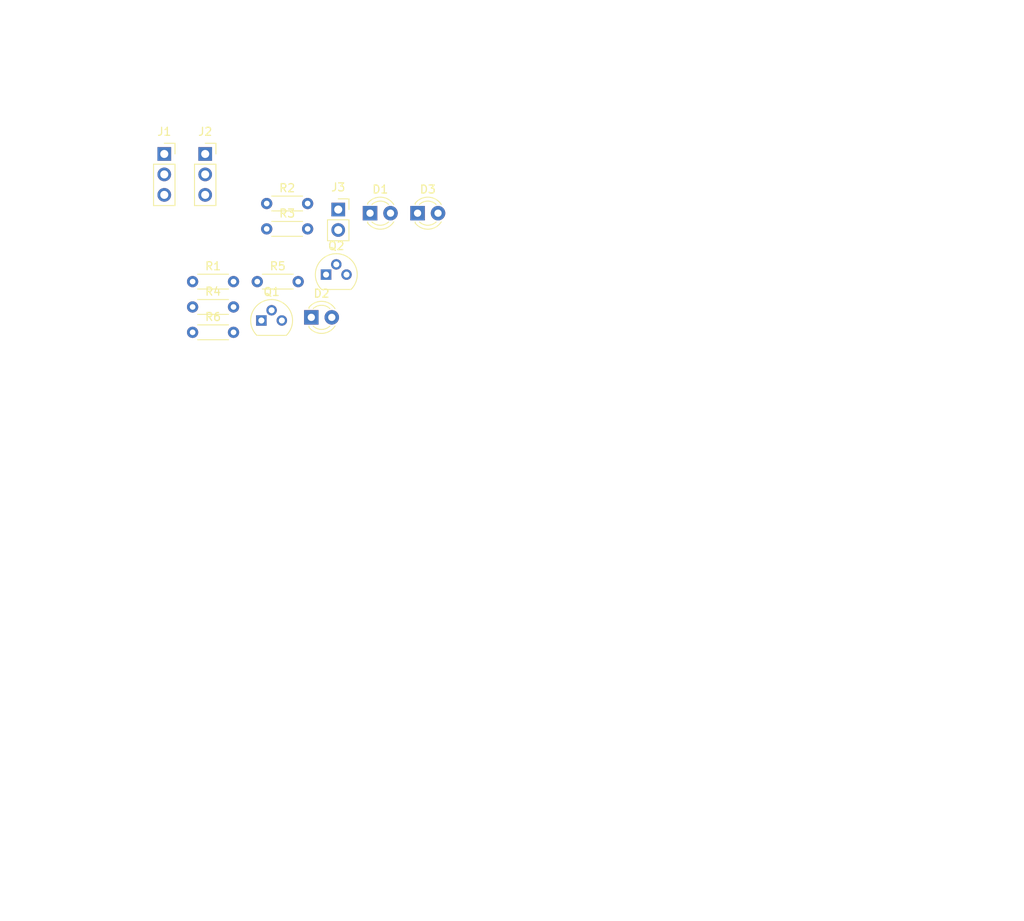
<source format=kicad_pcb>
(kicad_pcb (version 20171130) (host pcbnew 5.1.9+dfsg1-1+deb11u1)

  (general
    (thickness 1.6)
    (drawings 4)
    (tracks 0)
    (zones 0)
    (modules 14)
    (nets 11)
  )

  (page A4)
  (layers
    (0 F.Cu signal)
    (31 B.Cu signal)
    (32 B.Adhes user)
    (33 F.Adhes user)
    (34 B.Paste user)
    (35 F.Paste user)
    (36 B.SilkS user)
    (37 F.SilkS user)
    (38 B.Mask user)
    (39 F.Mask user)
    (40 Dwgs.User user)
    (41 Cmts.User user)
    (42 Eco1.User user)
    (43 Eco2.User user)
    (44 Edge.Cuts user)
    (45 Margin user)
    (46 B.CrtYd user)
    (47 F.CrtYd user)
    (48 B.Fab user)
    (49 F.Fab user)
  )

  (setup
    (last_trace_width 0.25)
    (trace_clearance 0.2)
    (zone_clearance 0.508)
    (zone_45_only no)
    (trace_min 0.2)
    (via_size 0.8)
    (via_drill 0.4)
    (via_min_size 0.4)
    (via_min_drill 0.3)
    (uvia_size 0.3)
    (uvia_drill 0.1)
    (uvias_allowed no)
    (uvia_min_size 0.2)
    (uvia_min_drill 0.1)
    (edge_width 0.05)
    (segment_width 0.2)
    (pcb_text_width 0.3)
    (pcb_text_size 1.5 1.5)
    (mod_edge_width 0.12)
    (mod_text_size 1 1)
    (mod_text_width 0.15)
    (pad_size 1.524 1.524)
    (pad_drill 0.762)
    (pad_to_mask_clearance 0)
    (aux_axis_origin 0 0)
    (visible_elements FFFFFF7F)
    (pcbplotparams
      (layerselection 0x010fc_ffffffff)
      (usegerberextensions false)
      (usegerberattributes true)
      (usegerberadvancedattributes true)
      (creategerberjobfile true)
      (excludeedgelayer true)
      (linewidth 0.100000)
      (plotframeref false)
      (viasonmask false)
      (mode 1)
      (useauxorigin false)
      (hpglpennumber 1)
      (hpglpenspeed 20)
      (hpglpendiameter 15.000000)
      (psnegative false)
      (psa4output false)
      (plotreference true)
      (plotvalue true)
      (plotinvisibletext false)
      (padsonsilk false)
      (subtractmaskfromsilk false)
      (outputformat 1)
      (mirror false)
      (drillshape 1)
      (scaleselection 1)
      (outputdirectory ""))
  )

  (net 0 "")
  (net 1 "Net-(D1-Pad1)")
  (net 2 "Net-(D1-Pad2)")
  (net 3 "Net-(D2-Pad1)")
  (net 4 "Net-(D2-Pad2)")
  (net 5 "Net-(D3-Pad2)")
  (net 6 "Net-(D3-Pad1)")
  (net 7 "Net-(Q1-Pad2)")
  (net 8 "Net-(Q2-Pad2)")
  (net 9 "Net-(J2-PadN)")
  (net 10 "Net-(J1-PadN)")

  (net_class Default "This is the default net class."
    (clearance 0.2)
    (trace_width 0.25)
    (via_dia 0.8)
    (via_drill 0.4)
    (uvia_dia 0.3)
    (uvia_drill 0.1)
    (add_net "Net-(D1-Pad1)")
    (add_net "Net-(D1-Pad2)")
    (add_net "Net-(D2-Pad1)")
    (add_net "Net-(D2-Pad2)")
    (add_net "Net-(D3-Pad1)")
    (add_net "Net-(D3-Pad2)")
    (add_net "Net-(J1-PadN)")
    (add_net "Net-(J2-PadN)")
    (add_net "Net-(Q1-Pad2)")
    (add_net "Net-(Q2-Pad2)")
  )

  (module LED_THT:LED_D3.0mm (layer F.Cu) (tedit 587A3A7B) (tstamp 655513CE)
    (at 122.065001 64.505001)
    (descr "LED, diameter 3.0mm, 2 pins")
    (tags "LED diameter 3.0mm 2 pins")
    (path /65561A84)
    (fp_text reference D1 (at 1.27 -2.96) (layer F.SilkS)
      (effects (font (size 1 1) (thickness 0.15)))
    )
    (fp_text value LED (at 1.27 2.96) (layer F.Fab)
      (effects (font (size 1 1) (thickness 0.15)))
    )
    (fp_line (start 3.7 -2.25) (end -1.15 -2.25) (layer F.CrtYd) (width 0.05))
    (fp_line (start 3.7 2.25) (end 3.7 -2.25) (layer F.CrtYd) (width 0.05))
    (fp_line (start -1.15 2.25) (end 3.7 2.25) (layer F.CrtYd) (width 0.05))
    (fp_line (start -1.15 -2.25) (end -1.15 2.25) (layer F.CrtYd) (width 0.05))
    (fp_line (start -0.29 1.08) (end -0.29 1.236) (layer F.SilkS) (width 0.12))
    (fp_line (start -0.29 -1.236) (end -0.29 -1.08) (layer F.SilkS) (width 0.12))
    (fp_line (start -0.23 -1.16619) (end -0.23 1.16619) (layer F.Fab) (width 0.1))
    (fp_circle (center 1.27 0) (end 2.77 0) (layer F.Fab) (width 0.1))
    (fp_arc (start 1.27 0) (end -0.23 -1.16619) (angle 284.3) (layer F.Fab) (width 0.1))
    (fp_arc (start 1.27 0) (end -0.29 -1.235516) (angle 108.8) (layer F.SilkS) (width 0.12))
    (fp_arc (start 1.27 0) (end -0.29 1.235516) (angle -108.8) (layer F.SilkS) (width 0.12))
    (fp_arc (start 1.27 0) (end 0.229039 -1.08) (angle 87.9) (layer F.SilkS) (width 0.12))
    (fp_arc (start 1.27 0) (end 0.229039 1.08) (angle -87.9) (layer F.SilkS) (width 0.12))
    (pad 1 thru_hole rect (at 0 0) (size 1.8 1.8) (drill 0.9) (layers *.Cu *.Mask)
      (net 1 "Net-(D1-Pad1)"))
    (pad 2 thru_hole circle (at 2.54 0) (size 1.8 1.8) (drill 0.9) (layers *.Cu *.Mask)
      (net 2 "Net-(D1-Pad2)"))
    (model ${KISYS3DMOD}/LED_THT.3dshapes/LED_D3.0mm.wrl
      (at (xyz 0 0 0))
      (scale (xyz 1 1 1))
      (rotate (xyz 0 0 0))
    )
  )

  (module LED_THT:LED_D3.0mm (layer F.Cu) (tedit 587A3A7B) (tstamp 655513E1)
    (at 114.775001 77.445001)
    (descr "LED, diameter 3.0mm, 2 pins")
    (tags "LED diameter 3.0mm 2 pins")
    (path /6559B2F0)
    (fp_text reference D2 (at 1.27 -2.96) (layer F.SilkS)
      (effects (font (size 1 1) (thickness 0.15)))
    )
    (fp_text value LED (at 1.27 2.96) (layer F.Fab)
      (effects (font (size 1 1) (thickness 0.15)))
    )
    (fp_line (start 3.7 -2.25) (end -1.15 -2.25) (layer F.CrtYd) (width 0.05))
    (fp_line (start 3.7 2.25) (end 3.7 -2.25) (layer F.CrtYd) (width 0.05))
    (fp_line (start -1.15 2.25) (end 3.7 2.25) (layer F.CrtYd) (width 0.05))
    (fp_line (start -1.15 -2.25) (end -1.15 2.25) (layer F.CrtYd) (width 0.05))
    (fp_line (start -0.29 1.08) (end -0.29 1.236) (layer F.SilkS) (width 0.12))
    (fp_line (start -0.29 -1.236) (end -0.29 -1.08) (layer F.SilkS) (width 0.12))
    (fp_line (start -0.23 -1.16619) (end -0.23 1.16619) (layer F.Fab) (width 0.1))
    (fp_circle (center 1.27 0) (end 2.77 0) (layer F.Fab) (width 0.1))
    (fp_arc (start 1.27 0) (end -0.23 -1.16619) (angle 284.3) (layer F.Fab) (width 0.1))
    (fp_arc (start 1.27 0) (end -0.29 -1.235516) (angle 108.8) (layer F.SilkS) (width 0.12))
    (fp_arc (start 1.27 0) (end -0.29 1.235516) (angle -108.8) (layer F.SilkS) (width 0.12))
    (fp_arc (start 1.27 0) (end 0.229039 -1.08) (angle 87.9) (layer F.SilkS) (width 0.12))
    (fp_arc (start 1.27 0) (end 0.229039 1.08) (angle -87.9) (layer F.SilkS) (width 0.12))
    (pad 1 thru_hole rect (at 0 0) (size 1.8 1.8) (drill 0.9) (layers *.Cu *.Mask)
      (net 3 "Net-(D2-Pad1)"))
    (pad 2 thru_hole circle (at 2.54 0) (size 1.8 1.8) (drill 0.9) (layers *.Cu *.Mask)
      (net 4 "Net-(D2-Pad2)"))
    (model ${KISYS3DMOD}/LED_THT.3dshapes/LED_D3.0mm.wrl
      (at (xyz 0 0 0))
      (scale (xyz 1 1 1))
      (rotate (xyz 0 0 0))
    )
  )

  (module LED_THT:LED_D3.0mm (layer F.Cu) (tedit 587A3A7B) (tstamp 655513F4)
    (at 127.965001 64.505001)
    (descr "LED, diameter 3.0mm, 2 pins")
    (tags "LED diameter 3.0mm 2 pins")
    (path /6555AC7F)
    (fp_text reference D3 (at 1.27 -2.96) (layer F.SilkS)
      (effects (font (size 1 1) (thickness 0.15)))
    )
    (fp_text value LED (at 1.27 2.96) (layer F.Fab)
      (effects (font (size 1 1) (thickness 0.15)))
    )
    (fp_arc (start 1.27 0) (end 0.229039 1.08) (angle -87.9) (layer F.SilkS) (width 0.12))
    (fp_arc (start 1.27 0) (end 0.229039 -1.08) (angle 87.9) (layer F.SilkS) (width 0.12))
    (fp_arc (start 1.27 0) (end -0.29 1.235516) (angle -108.8) (layer F.SilkS) (width 0.12))
    (fp_arc (start 1.27 0) (end -0.29 -1.235516) (angle 108.8) (layer F.SilkS) (width 0.12))
    (fp_arc (start 1.27 0) (end -0.23 -1.16619) (angle 284.3) (layer F.Fab) (width 0.1))
    (fp_circle (center 1.27 0) (end 2.77 0) (layer F.Fab) (width 0.1))
    (fp_line (start -0.23 -1.16619) (end -0.23 1.16619) (layer F.Fab) (width 0.1))
    (fp_line (start -0.29 -1.236) (end -0.29 -1.08) (layer F.SilkS) (width 0.12))
    (fp_line (start -0.29 1.08) (end -0.29 1.236) (layer F.SilkS) (width 0.12))
    (fp_line (start -1.15 -2.25) (end -1.15 2.25) (layer F.CrtYd) (width 0.05))
    (fp_line (start -1.15 2.25) (end 3.7 2.25) (layer F.CrtYd) (width 0.05))
    (fp_line (start 3.7 2.25) (end 3.7 -2.25) (layer F.CrtYd) (width 0.05))
    (fp_line (start 3.7 -2.25) (end -1.15 -2.25) (layer F.CrtYd) (width 0.05))
    (pad 2 thru_hole circle (at 2.54 0) (size 1.8 1.8) (drill 0.9) (layers *.Cu *.Mask)
      (net 5 "Net-(D3-Pad2)"))
    (pad 1 thru_hole rect (at 0 0) (size 1.8 1.8) (drill 0.9) (layers *.Cu *.Mask)
      (net 6 "Net-(D3-Pad1)"))
    (model ${KISYS3DMOD}/LED_THT.3dshapes/LED_D3.0mm.wrl
      (at (xyz 0 0 0))
      (scale (xyz 1 1 1))
      (rotate (xyz 0 0 0))
    )
  )

  (module Connector_PinSocket_2.54mm:PinSocket_1x03_P2.54mm_Vertical (layer F.Cu) (tedit 5A19A429) (tstamp 6555140B)
    (at 96.52 57.15)
    (descr "Through hole straight socket strip, 1x03, 2.54mm pitch, single row (from Kicad 4.0.7), script generated")
    (tags "Through hole socket strip THT 1x03 2.54mm single row")
    (path /655833B4)
    (fp_text reference J1 (at 0 -2.77) (layer F.SilkS)
      (effects (font (size 1 1) (thickness 0.15)))
    )
    (fp_text value XLR3_Switched (at 0 7.85) (layer F.Fab)
      (effects (font (size 1 1) (thickness 0.15)))
    )
    (fp_line (start -1.8 6.85) (end -1.8 -1.8) (layer F.CrtYd) (width 0.05))
    (fp_line (start 1.75 6.85) (end -1.8 6.85) (layer F.CrtYd) (width 0.05))
    (fp_line (start 1.75 -1.8) (end 1.75 6.85) (layer F.CrtYd) (width 0.05))
    (fp_line (start -1.8 -1.8) (end 1.75 -1.8) (layer F.CrtYd) (width 0.05))
    (fp_line (start 0 -1.33) (end 1.33 -1.33) (layer F.SilkS) (width 0.12))
    (fp_line (start 1.33 -1.33) (end 1.33 0) (layer F.SilkS) (width 0.12))
    (fp_line (start 1.33 1.27) (end 1.33 6.41) (layer F.SilkS) (width 0.12))
    (fp_line (start -1.33 6.41) (end 1.33 6.41) (layer F.SilkS) (width 0.12))
    (fp_line (start -1.33 1.27) (end -1.33 6.41) (layer F.SilkS) (width 0.12))
    (fp_line (start -1.33 1.27) (end 1.33 1.27) (layer F.SilkS) (width 0.12))
    (fp_line (start -1.27 6.35) (end -1.27 -1.27) (layer F.Fab) (width 0.1))
    (fp_line (start 1.27 6.35) (end -1.27 6.35) (layer F.Fab) (width 0.1))
    (fp_line (start 1.27 -0.635) (end 1.27 6.35) (layer F.Fab) (width 0.1))
    (fp_line (start 0.635 -1.27) (end 1.27 -0.635) (layer F.Fab) (width 0.1))
    (fp_line (start -1.27 -1.27) (end 0.635 -1.27) (layer F.Fab) (width 0.1))
    (fp_text user %R (at 0 2.54 90) (layer F.Fab)
      (effects (font (size 1 1) (thickness 0.15)))
    )
    (pad 1 thru_hole rect (at 0 0) (size 1.7 1.7) (drill 1) (layers *.Cu *.Mask))
    (pad 2 thru_hole oval (at 0 2.54) (size 1.7 1.7) (drill 1) (layers *.Cu *.Mask))
    (pad 3 thru_hole oval (at 0 5.08) (size 1.7 1.7) (drill 1) (layers *.Cu *.Mask))
    (model ${KISYS3DMOD}/Connector_PinSocket_2.54mm.3dshapes/PinSocket_1x03_P2.54mm_Vertical.wrl
      (at (xyz 0 0 0))
      (scale (xyz 1 1 1))
      (rotate (xyz 0 0 0))
    )
  )

  (module Connector_PinSocket_2.54mm:PinSocket_1x03_P2.54mm_Vertical (layer F.Cu) (tedit 5A19A429) (tstamp 65551422)
    (at 101.6 57.15)
    (descr "Through hole straight socket strip, 1x03, 2.54mm pitch, single row (from Kicad 4.0.7), script generated")
    (tags "Through hole socket strip THT 1x03 2.54mm single row")
    (path /65612DA7)
    (fp_text reference J2 (at 0 -2.77) (layer F.SilkS)
      (effects (font (size 1 1) (thickness 0.15)))
    )
    (fp_text value XLR3_Switched (at 0 7.85) (layer F.Fab)
      (effects (font (size 1 1) (thickness 0.15)))
    )
    (fp_text user %R (at 0 2.54 90) (layer F.Fab)
      (effects (font (size 1 1) (thickness 0.15)))
    )
    (fp_line (start -1.27 -1.27) (end 0.635 -1.27) (layer F.Fab) (width 0.1))
    (fp_line (start 0.635 -1.27) (end 1.27 -0.635) (layer F.Fab) (width 0.1))
    (fp_line (start 1.27 -0.635) (end 1.27 6.35) (layer F.Fab) (width 0.1))
    (fp_line (start 1.27 6.35) (end -1.27 6.35) (layer F.Fab) (width 0.1))
    (fp_line (start -1.27 6.35) (end -1.27 -1.27) (layer F.Fab) (width 0.1))
    (fp_line (start -1.33 1.27) (end 1.33 1.27) (layer F.SilkS) (width 0.12))
    (fp_line (start -1.33 1.27) (end -1.33 6.41) (layer F.SilkS) (width 0.12))
    (fp_line (start -1.33 6.41) (end 1.33 6.41) (layer F.SilkS) (width 0.12))
    (fp_line (start 1.33 1.27) (end 1.33 6.41) (layer F.SilkS) (width 0.12))
    (fp_line (start 1.33 -1.33) (end 1.33 0) (layer F.SilkS) (width 0.12))
    (fp_line (start 0 -1.33) (end 1.33 -1.33) (layer F.SilkS) (width 0.12))
    (fp_line (start -1.8 -1.8) (end 1.75 -1.8) (layer F.CrtYd) (width 0.05))
    (fp_line (start 1.75 -1.8) (end 1.75 6.85) (layer F.CrtYd) (width 0.05))
    (fp_line (start 1.75 6.85) (end -1.8 6.85) (layer F.CrtYd) (width 0.05))
    (fp_line (start -1.8 6.85) (end -1.8 -1.8) (layer F.CrtYd) (width 0.05))
    (pad 3 thru_hole oval (at 0 5.08) (size 1.7 1.7) (drill 1) (layers *.Cu *.Mask))
    (pad 2 thru_hole oval (at 0 2.54) (size 1.7 1.7) (drill 1) (layers *.Cu *.Mask))
    (pad 1 thru_hole rect (at 0 0) (size 1.7 1.7) (drill 1) (layers *.Cu *.Mask))
    (model ${KISYS3DMOD}/Connector_PinSocket_2.54mm.3dshapes/PinSocket_1x03_P2.54mm_Vertical.wrl
      (at (xyz 0 0 0))
      (scale (xyz 1 1 1))
      (rotate (xyz 0 0 0))
    )
  )

  (module Connector_PinSocket_2.54mm:PinSocket_1x02_P2.54mm_Vertical (layer F.Cu) (tedit 5A19A420) (tstamp 65551438)
    (at 118.115001 64.055001)
    (descr "Through hole straight socket strip, 1x02, 2.54mm pitch, single row (from Kicad 4.0.7), script generated")
    (tags "Through hole socket strip THT 1x02 2.54mm single row")
    (path /65640BCC)
    (fp_text reference J3 (at 0 -2.77) (layer F.SilkS)
      (effects (font (size 1 1) (thickness 0.15)))
    )
    (fp_text value Conn_01x02_Female (at 0 5.31) (layer F.Fab)
      (effects (font (size 1 1) (thickness 0.15)))
    )
    (fp_line (start -1.8 4.3) (end -1.8 -1.8) (layer F.CrtYd) (width 0.05))
    (fp_line (start 1.75 4.3) (end -1.8 4.3) (layer F.CrtYd) (width 0.05))
    (fp_line (start 1.75 -1.8) (end 1.75 4.3) (layer F.CrtYd) (width 0.05))
    (fp_line (start -1.8 -1.8) (end 1.75 -1.8) (layer F.CrtYd) (width 0.05))
    (fp_line (start 0 -1.33) (end 1.33 -1.33) (layer F.SilkS) (width 0.12))
    (fp_line (start 1.33 -1.33) (end 1.33 0) (layer F.SilkS) (width 0.12))
    (fp_line (start 1.33 1.27) (end 1.33 3.87) (layer F.SilkS) (width 0.12))
    (fp_line (start -1.33 3.87) (end 1.33 3.87) (layer F.SilkS) (width 0.12))
    (fp_line (start -1.33 1.27) (end -1.33 3.87) (layer F.SilkS) (width 0.12))
    (fp_line (start -1.33 1.27) (end 1.33 1.27) (layer F.SilkS) (width 0.12))
    (fp_line (start -1.27 3.81) (end -1.27 -1.27) (layer F.Fab) (width 0.1))
    (fp_line (start 1.27 3.81) (end -1.27 3.81) (layer F.Fab) (width 0.1))
    (fp_line (start 1.27 -0.635) (end 1.27 3.81) (layer F.Fab) (width 0.1))
    (fp_line (start 0.635 -1.27) (end 1.27 -0.635) (layer F.Fab) (width 0.1))
    (fp_line (start -1.27 -1.27) (end 0.635 -1.27) (layer F.Fab) (width 0.1))
    (fp_text user %R (at 0 1.27 90) (layer F.Fab)
      (effects (font (size 1 1) (thickness 0.15)))
    )
    (pad 1 thru_hole rect (at 0 0) (size 1.7 1.7) (drill 1) (layers *.Cu *.Mask)
      (net 1 "Net-(D1-Pad1)"))
    (pad 2 thru_hole oval (at 0 2.54) (size 1.7 1.7) (drill 1) (layers *.Cu *.Mask)
      (net 3 "Net-(D2-Pad1)"))
    (model ${KISYS3DMOD}/Connector_PinSocket_2.54mm.3dshapes/PinSocket_1x02_P2.54mm_Vertical.wrl
      (at (xyz 0 0 0))
      (scale (xyz 1 1 1))
      (rotate (xyz 0 0 0))
    )
  )

  (module Package_TO_SOT_THT:TO-92 (layer F.Cu) (tedit 5A279852) (tstamp 6555144A)
    (at 108.575001 77.835001)
    (descr "TO-92 leads molded, narrow, drill 0.75mm (see NXP sot054_po.pdf)")
    (tags "to-92 sc-43 sc-43a sot54 PA33 transistor")
    (path /65527C07)
    (fp_text reference Q1 (at 1.27 -3.56) (layer F.SilkS)
      (effects (font (size 1 1) (thickness 0.15)))
    )
    (fp_text value 2N3904 (at 1.27 2.79) (layer F.Fab)
      (effects (font (size 1 1) (thickness 0.15)))
    )
    (fp_line (start 4 2.01) (end -1.46 2.01) (layer F.CrtYd) (width 0.05))
    (fp_line (start 4 2.01) (end 4 -2.73) (layer F.CrtYd) (width 0.05))
    (fp_line (start -1.46 -2.73) (end -1.46 2.01) (layer F.CrtYd) (width 0.05))
    (fp_line (start -1.46 -2.73) (end 4 -2.73) (layer F.CrtYd) (width 0.05))
    (fp_line (start -0.5 1.75) (end 3 1.75) (layer F.Fab) (width 0.1))
    (fp_line (start -0.53 1.85) (end 3.07 1.85) (layer F.SilkS) (width 0.12))
    (fp_text user %R (at 1.27 0) (layer F.Fab)
      (effects (font (size 1 1) (thickness 0.15)))
    )
    (fp_arc (start 1.27 0) (end 1.27 -2.48) (angle 135) (layer F.Fab) (width 0.1))
    (fp_arc (start 1.27 0) (end 1.27 -2.6) (angle -135) (layer F.SilkS) (width 0.12))
    (fp_arc (start 1.27 0) (end 1.27 -2.48) (angle -135) (layer F.Fab) (width 0.1))
    (fp_arc (start 1.27 0) (end 1.27 -2.6) (angle 135) (layer F.SilkS) (width 0.12))
    (pad 2 thru_hole circle (at 1.27 -1.27) (size 1.3 1.3) (drill 0.75) (layers *.Cu *.Mask)
      (net 7 "Net-(Q1-Pad2)"))
    (pad 3 thru_hole circle (at 2.54 0) (size 1.3 1.3) (drill 0.75) (layers *.Cu *.Mask)
      (net 5 "Net-(D3-Pad2)"))
    (pad 1 thru_hole rect (at 0 0) (size 1.3 1.3) (drill 0.75) (layers *.Cu *.Mask)
      (net 1 "Net-(D1-Pad1)"))
    (model ${KISYS3DMOD}/Package_TO_SOT_THT.3dshapes/TO-92.wrl
      (at (xyz 0 0 0))
      (scale (xyz 1 1 1))
      (rotate (xyz 0 0 0))
    )
  )

  (module Package_TO_SOT_THT:TO-92 (layer F.Cu) (tedit 5A279852) (tstamp 6555145C)
    (at 116.605001 72.135001)
    (descr "TO-92 leads molded, narrow, drill 0.75mm (see NXP sot054_po.pdf)")
    (tags "to-92 sc-43 sc-43a sot54 PA33 transistor")
    (path /6552697A)
    (fp_text reference Q2 (at 1.27 -3.56) (layer F.SilkS)
      (effects (font (size 1 1) (thickness 0.15)))
    )
    (fp_text value 2N3904 (at 1.27 2.79) (layer F.Fab)
      (effects (font (size 1 1) (thickness 0.15)))
    )
    (fp_arc (start 1.27 0) (end 1.27 -2.6) (angle 135) (layer F.SilkS) (width 0.12))
    (fp_arc (start 1.27 0) (end 1.27 -2.48) (angle -135) (layer F.Fab) (width 0.1))
    (fp_arc (start 1.27 0) (end 1.27 -2.6) (angle -135) (layer F.SilkS) (width 0.12))
    (fp_arc (start 1.27 0) (end 1.27 -2.48) (angle 135) (layer F.Fab) (width 0.1))
    (fp_text user %R (at 1.27 0) (layer F.Fab)
      (effects (font (size 1 1) (thickness 0.15)))
    )
    (fp_line (start -0.53 1.85) (end 3.07 1.85) (layer F.SilkS) (width 0.12))
    (fp_line (start -0.5 1.75) (end 3 1.75) (layer F.Fab) (width 0.1))
    (fp_line (start -1.46 -2.73) (end 4 -2.73) (layer F.CrtYd) (width 0.05))
    (fp_line (start -1.46 -2.73) (end -1.46 2.01) (layer F.CrtYd) (width 0.05))
    (fp_line (start 4 2.01) (end 4 -2.73) (layer F.CrtYd) (width 0.05))
    (fp_line (start 4 2.01) (end -1.46 2.01) (layer F.CrtYd) (width 0.05))
    (pad 1 thru_hole rect (at 0 0) (size 1.3 1.3) (drill 0.75) (layers *.Cu *.Mask)
      (net 1 "Net-(D1-Pad1)"))
    (pad 3 thru_hole circle (at 2.54 0) (size 1.3 1.3) (drill 0.75) (layers *.Cu *.Mask)
      (net 5 "Net-(D3-Pad2)"))
    (pad 2 thru_hole circle (at 1.27 -1.27) (size 1.3 1.3) (drill 0.75) (layers *.Cu *.Mask)
      (net 8 "Net-(Q2-Pad2)"))
    (model ${KISYS3DMOD}/Package_TO_SOT_THT.3dshapes/TO-92.wrl
      (at (xyz 0 0 0))
      (scale (xyz 1 1 1))
      (rotate (xyz 0 0 0))
    )
  )

  (module Resistor_THT:R_Axial_DIN0204_L3.6mm_D1.6mm_P5.08mm_Horizontal (layer F.Cu) (tedit 5AE5139B) (tstamp 6555146F)
    (at 100.035001 73.005001)
    (descr "Resistor, Axial_DIN0204 series, Axial, Horizontal, pin pitch=5.08mm, 0.167W, length*diameter=3.6*1.6mm^2, http://cdn-reichelt.de/documents/datenblatt/B400/1_4W%23YAG.pdf")
    (tags "Resistor Axial_DIN0204 series Axial Horizontal pin pitch 5.08mm 0.167W length 3.6mm diameter 1.6mm")
    (path /6552994F)
    (fp_text reference R1 (at 2.54 -1.92) (layer F.SilkS)
      (effects (font (size 1 1) (thickness 0.15)))
    )
    (fp_text value R_US (at 2.54 1.92) (layer F.Fab)
      (effects (font (size 1 1) (thickness 0.15)))
    )
    (fp_line (start 6.03 -1.05) (end -0.95 -1.05) (layer F.CrtYd) (width 0.05))
    (fp_line (start 6.03 1.05) (end 6.03 -1.05) (layer F.CrtYd) (width 0.05))
    (fp_line (start -0.95 1.05) (end 6.03 1.05) (layer F.CrtYd) (width 0.05))
    (fp_line (start -0.95 -1.05) (end -0.95 1.05) (layer F.CrtYd) (width 0.05))
    (fp_line (start 0.62 0.92) (end 4.46 0.92) (layer F.SilkS) (width 0.12))
    (fp_line (start 0.62 -0.92) (end 4.46 -0.92) (layer F.SilkS) (width 0.12))
    (fp_line (start 5.08 0) (end 4.34 0) (layer F.Fab) (width 0.1))
    (fp_line (start 0 0) (end 0.74 0) (layer F.Fab) (width 0.1))
    (fp_line (start 4.34 -0.8) (end 0.74 -0.8) (layer F.Fab) (width 0.1))
    (fp_line (start 4.34 0.8) (end 4.34 -0.8) (layer F.Fab) (width 0.1))
    (fp_line (start 0.74 0.8) (end 4.34 0.8) (layer F.Fab) (width 0.1))
    (fp_line (start 0.74 -0.8) (end 0.74 0.8) (layer F.Fab) (width 0.1))
    (fp_text user %R (at 2.54 0) (layer F.Fab)
      (effects (font (size 0.72 0.72) (thickness 0.108)))
    )
    (pad 1 thru_hole circle (at 0 0) (size 1.4 1.4) (drill 0.7) (layers *.Cu *.Mask)
      (net 9 "Net-(J2-PadN)"))
    (pad 2 thru_hole oval (at 5.08 0) (size 1.4 1.4) (drill 0.7) (layers *.Cu *.Mask)
      (net 7 "Net-(Q1-Pad2)"))
    (model ${KISYS3DMOD}/Resistor_THT.3dshapes/R_Axial_DIN0204_L3.6mm_D1.6mm_P5.08mm_Horizontal.wrl
      (at (xyz 0 0 0))
      (scale (xyz 1 1 1))
      (rotate (xyz 0 0 0))
    )
  )

  (module Resistor_THT:R_Axial_DIN0204_L3.6mm_D1.6mm_P5.08mm_Horizontal (layer F.Cu) (tedit 5AE5139B) (tstamp 65551482)
    (at 109.235001 63.305001)
    (descr "Resistor, Axial_DIN0204 series, Axial, Horizontal, pin pitch=5.08mm, 0.167W, length*diameter=3.6*1.6mm^2, http://cdn-reichelt.de/documents/datenblatt/B400/1_4W%23YAG.pdf")
    (tags "Resistor Axial_DIN0204 series Axial Horizontal pin pitch 5.08mm 0.167W length 3.6mm diameter 1.6mm")
    (path /65528A0F)
    (fp_text reference R2 (at 2.54 -1.92) (layer F.SilkS)
      (effects (font (size 1 1) (thickness 0.15)))
    )
    (fp_text value R_US (at 2.54 1.92) (layer F.Fab)
      (effects (font (size 1 1) (thickness 0.15)))
    )
    (fp_text user %R (at 2.54 0) (layer F.Fab)
      (effects (font (size 0.72 0.72) (thickness 0.108)))
    )
    (fp_line (start 0.74 -0.8) (end 0.74 0.8) (layer F.Fab) (width 0.1))
    (fp_line (start 0.74 0.8) (end 4.34 0.8) (layer F.Fab) (width 0.1))
    (fp_line (start 4.34 0.8) (end 4.34 -0.8) (layer F.Fab) (width 0.1))
    (fp_line (start 4.34 -0.8) (end 0.74 -0.8) (layer F.Fab) (width 0.1))
    (fp_line (start 0 0) (end 0.74 0) (layer F.Fab) (width 0.1))
    (fp_line (start 5.08 0) (end 4.34 0) (layer F.Fab) (width 0.1))
    (fp_line (start 0.62 -0.92) (end 4.46 -0.92) (layer F.SilkS) (width 0.12))
    (fp_line (start 0.62 0.92) (end 4.46 0.92) (layer F.SilkS) (width 0.12))
    (fp_line (start -0.95 -1.05) (end -0.95 1.05) (layer F.CrtYd) (width 0.05))
    (fp_line (start -0.95 1.05) (end 6.03 1.05) (layer F.CrtYd) (width 0.05))
    (fp_line (start 6.03 1.05) (end 6.03 -1.05) (layer F.CrtYd) (width 0.05))
    (fp_line (start 6.03 -1.05) (end -0.95 -1.05) (layer F.CrtYd) (width 0.05))
    (pad 2 thru_hole oval (at 5.08 0) (size 1.4 1.4) (drill 0.7) (layers *.Cu *.Mask)
      (net 8 "Net-(Q2-Pad2)"))
    (pad 1 thru_hole circle (at 0 0) (size 1.4 1.4) (drill 0.7) (layers *.Cu *.Mask)
      (net 10 "Net-(J1-PadN)"))
    (model ${KISYS3DMOD}/Resistor_THT.3dshapes/R_Axial_DIN0204_L3.6mm_D1.6mm_P5.08mm_Horizontal.wrl
      (at (xyz 0 0 0))
      (scale (xyz 1 1 1))
      (rotate (xyz 0 0 0))
    )
  )

  (module Resistor_THT:R_Axial_DIN0204_L3.6mm_D1.6mm_P5.08mm_Horizontal (layer F.Cu) (tedit 5AE5139B) (tstamp 65551495)
    (at 109.235001 66.455001)
    (descr "Resistor, Axial_DIN0204 series, Axial, Horizontal, pin pitch=5.08mm, 0.167W, length*diameter=3.6*1.6mm^2, http://cdn-reichelt.de/documents/datenblatt/B400/1_4W%23YAG.pdf")
    (tags "Resistor Axial_DIN0204 series Axial Horizontal pin pitch 5.08mm 0.167W length 3.6mm diameter 1.6mm")
    (path /65561A7E)
    (fp_text reference R3 (at 2.54 -1.92) (layer F.SilkS)
      (effects (font (size 1 1) (thickness 0.15)))
    )
    (fp_text value R_US (at 2.54 1.92) (layer F.Fab)
      (effects (font (size 1 1) (thickness 0.15)))
    )
    (fp_text user %R (at 2.54 0) (layer F.Fab)
      (effects (font (size 0.72 0.72) (thickness 0.108)))
    )
    (fp_line (start 0.74 -0.8) (end 0.74 0.8) (layer F.Fab) (width 0.1))
    (fp_line (start 0.74 0.8) (end 4.34 0.8) (layer F.Fab) (width 0.1))
    (fp_line (start 4.34 0.8) (end 4.34 -0.8) (layer F.Fab) (width 0.1))
    (fp_line (start 4.34 -0.8) (end 0.74 -0.8) (layer F.Fab) (width 0.1))
    (fp_line (start 0 0) (end 0.74 0) (layer F.Fab) (width 0.1))
    (fp_line (start 5.08 0) (end 4.34 0) (layer F.Fab) (width 0.1))
    (fp_line (start 0.62 -0.92) (end 4.46 -0.92) (layer F.SilkS) (width 0.12))
    (fp_line (start 0.62 0.92) (end 4.46 0.92) (layer F.SilkS) (width 0.12))
    (fp_line (start -0.95 -1.05) (end -0.95 1.05) (layer F.CrtYd) (width 0.05))
    (fp_line (start -0.95 1.05) (end 6.03 1.05) (layer F.CrtYd) (width 0.05))
    (fp_line (start 6.03 1.05) (end 6.03 -1.05) (layer F.CrtYd) (width 0.05))
    (fp_line (start 6.03 -1.05) (end -0.95 -1.05) (layer F.CrtYd) (width 0.05))
    (pad 2 thru_hole oval (at 5.08 0) (size 1.4 1.4) (drill 0.7) (layers *.Cu *.Mask)
      (net 7 "Net-(Q1-Pad2)"))
    (pad 1 thru_hole circle (at 0 0) (size 1.4 1.4) (drill 0.7) (layers *.Cu *.Mask)
      (net 2 "Net-(D1-Pad2)"))
    (model ${KISYS3DMOD}/Resistor_THT.3dshapes/R_Axial_DIN0204_L3.6mm_D1.6mm_P5.08mm_Horizontal.wrl
      (at (xyz 0 0 0))
      (scale (xyz 1 1 1))
      (rotate (xyz 0 0 0))
    )
  )

  (module Resistor_THT:R_Axial_DIN0204_L3.6mm_D1.6mm_P5.08mm_Horizontal (layer F.Cu) (tedit 5AE5139B) (tstamp 655514A8)
    (at 100.035001 76.155001)
    (descr "Resistor, Axial_DIN0204 series, Axial, Horizontal, pin pitch=5.08mm, 0.167W, length*diameter=3.6*1.6mm^2, http://cdn-reichelt.de/documents/datenblatt/B400/1_4W%23YAG.pdf")
    (tags "Resistor Axial_DIN0204 series Axial Horizontal pin pitch 5.08mm 0.167W length 3.6mm diameter 1.6mm")
    (path /6559B2EA)
    (fp_text reference R4 (at 2.54 -1.92) (layer F.SilkS)
      (effects (font (size 1 1) (thickness 0.15)))
    )
    (fp_text value R_US (at 2.54 1.92) (layer F.Fab)
      (effects (font (size 1 1) (thickness 0.15)))
    )
    (fp_line (start 6.03 -1.05) (end -0.95 -1.05) (layer F.CrtYd) (width 0.05))
    (fp_line (start 6.03 1.05) (end 6.03 -1.05) (layer F.CrtYd) (width 0.05))
    (fp_line (start -0.95 1.05) (end 6.03 1.05) (layer F.CrtYd) (width 0.05))
    (fp_line (start -0.95 -1.05) (end -0.95 1.05) (layer F.CrtYd) (width 0.05))
    (fp_line (start 0.62 0.92) (end 4.46 0.92) (layer F.SilkS) (width 0.12))
    (fp_line (start 0.62 -0.92) (end 4.46 -0.92) (layer F.SilkS) (width 0.12))
    (fp_line (start 5.08 0) (end 4.34 0) (layer F.Fab) (width 0.1))
    (fp_line (start 0 0) (end 0.74 0) (layer F.Fab) (width 0.1))
    (fp_line (start 4.34 -0.8) (end 0.74 -0.8) (layer F.Fab) (width 0.1))
    (fp_line (start 4.34 0.8) (end 4.34 -0.8) (layer F.Fab) (width 0.1))
    (fp_line (start 0.74 0.8) (end 4.34 0.8) (layer F.Fab) (width 0.1))
    (fp_line (start 0.74 -0.8) (end 0.74 0.8) (layer F.Fab) (width 0.1))
    (fp_text user %R (at 2.54 0) (layer F.Fab)
      (effects (font (size 0.72 0.72) (thickness 0.108)))
    )
    (pad 1 thru_hole circle (at 0 0) (size 1.4 1.4) (drill 0.7) (layers *.Cu *.Mask)
      (net 4 "Net-(D2-Pad2)"))
    (pad 2 thru_hole oval (at 5.08 0) (size 1.4 1.4) (drill 0.7) (layers *.Cu *.Mask)
      (net 8 "Net-(Q2-Pad2)"))
    (model ${KISYS3DMOD}/Resistor_THT.3dshapes/R_Axial_DIN0204_L3.6mm_D1.6mm_P5.08mm_Horizontal.wrl
      (at (xyz 0 0 0))
      (scale (xyz 1 1 1))
      (rotate (xyz 0 0 0))
    )
  )

  (module Resistor_THT:R_Axial_DIN0204_L3.6mm_D1.6mm_P5.08mm_Horizontal (layer F.Cu) (tedit 5AE5139B) (tstamp 655514BB)
    (at 108.065001 73.005001)
    (descr "Resistor, Axial_DIN0204 series, Axial, Horizontal, pin pitch=5.08mm, 0.167W, length*diameter=3.6*1.6mm^2, http://cdn-reichelt.de/documents/datenblatt/B400/1_4W%23YAG.pdf")
    (tags "Resistor Axial_DIN0204 series Axial Horizontal pin pitch 5.08mm 0.167W length 3.6mm diameter 1.6mm")
    (path /6553033B)
    (fp_text reference R5 (at 2.54 -1.92) (layer F.SilkS)
      (effects (font (size 1 1) (thickness 0.15)))
    )
    (fp_text value R_US (at 2.54 1.92) (layer F.Fab)
      (effects (font (size 1 1) (thickness 0.15)))
    )
    (fp_text user %R (at 2.54 0) (layer F.Fab)
      (effects (font (size 0.72 0.72) (thickness 0.108)))
    )
    (fp_line (start 0.74 -0.8) (end 0.74 0.8) (layer F.Fab) (width 0.1))
    (fp_line (start 0.74 0.8) (end 4.34 0.8) (layer F.Fab) (width 0.1))
    (fp_line (start 4.34 0.8) (end 4.34 -0.8) (layer F.Fab) (width 0.1))
    (fp_line (start 4.34 -0.8) (end 0.74 -0.8) (layer F.Fab) (width 0.1))
    (fp_line (start 0 0) (end 0.74 0) (layer F.Fab) (width 0.1))
    (fp_line (start 5.08 0) (end 4.34 0) (layer F.Fab) (width 0.1))
    (fp_line (start 0.62 -0.92) (end 4.46 -0.92) (layer F.SilkS) (width 0.12))
    (fp_line (start 0.62 0.92) (end 4.46 0.92) (layer F.SilkS) (width 0.12))
    (fp_line (start -0.95 -1.05) (end -0.95 1.05) (layer F.CrtYd) (width 0.05))
    (fp_line (start -0.95 1.05) (end 6.03 1.05) (layer F.CrtYd) (width 0.05))
    (fp_line (start 6.03 1.05) (end 6.03 -1.05) (layer F.CrtYd) (width 0.05))
    (fp_line (start 6.03 -1.05) (end -0.95 -1.05) (layer F.CrtYd) (width 0.05))
    (pad 2 thru_hole oval (at 5.08 0) (size 1.4 1.4) (drill 0.7) (layers *.Cu *.Mask)
      (net 5 "Net-(D3-Pad2)"))
    (pad 1 thru_hole circle (at 0 0) (size 1.4 1.4) (drill 0.7) (layers *.Cu *.Mask)
      (net 3 "Net-(D2-Pad1)"))
    (model ${KISYS3DMOD}/Resistor_THT.3dshapes/R_Axial_DIN0204_L3.6mm_D1.6mm_P5.08mm_Horizontal.wrl
      (at (xyz 0 0 0))
      (scale (xyz 1 1 1))
      (rotate (xyz 0 0 0))
    )
  )

  (module Resistor_THT:R_Axial_DIN0204_L3.6mm_D1.6mm_P5.08mm_Horizontal (layer F.Cu) (tedit 5AE5139B) (tstamp 655514CE)
    (at 100.035001 79.305001)
    (descr "Resistor, Axial_DIN0204 series, Axial, Horizontal, pin pitch=5.08mm, 0.167W, length*diameter=3.6*1.6mm^2, http://cdn-reichelt.de/documents/datenblatt/B400/1_4W%23YAG.pdf")
    (tags "Resistor Axial_DIN0204 series Axial Horizontal pin pitch 5.08mm 0.167W length 3.6mm diameter 1.6mm")
    (path /655588F8)
    (fp_text reference R6 (at 2.54 -1.92) (layer F.SilkS)
      (effects (font (size 1 1) (thickness 0.15)))
    )
    (fp_text value R_US (at 2.54 1.92) (layer F.Fab)
      (effects (font (size 1 1) (thickness 0.15)))
    )
    (fp_line (start 6.03 -1.05) (end -0.95 -1.05) (layer F.CrtYd) (width 0.05))
    (fp_line (start 6.03 1.05) (end 6.03 -1.05) (layer F.CrtYd) (width 0.05))
    (fp_line (start -0.95 1.05) (end 6.03 1.05) (layer F.CrtYd) (width 0.05))
    (fp_line (start -0.95 -1.05) (end -0.95 1.05) (layer F.CrtYd) (width 0.05))
    (fp_line (start 0.62 0.92) (end 4.46 0.92) (layer F.SilkS) (width 0.12))
    (fp_line (start 0.62 -0.92) (end 4.46 -0.92) (layer F.SilkS) (width 0.12))
    (fp_line (start 5.08 0) (end 4.34 0) (layer F.Fab) (width 0.1))
    (fp_line (start 0 0) (end 0.74 0) (layer F.Fab) (width 0.1))
    (fp_line (start 4.34 -0.8) (end 0.74 -0.8) (layer F.Fab) (width 0.1))
    (fp_line (start 4.34 0.8) (end 4.34 -0.8) (layer F.Fab) (width 0.1))
    (fp_line (start 0.74 0.8) (end 4.34 0.8) (layer F.Fab) (width 0.1))
    (fp_line (start 0.74 -0.8) (end 0.74 0.8) (layer F.Fab) (width 0.1))
    (fp_text user %R (at 2.54 0) (layer F.Fab)
      (effects (font (size 0.72 0.72) (thickness 0.108)))
    )
    (pad 1 thru_hole circle (at 0 0) (size 1.4 1.4) (drill 0.7) (layers *.Cu *.Mask)
      (net 6 "Net-(D3-Pad1)"))
    (pad 2 thru_hole oval (at 5.08 0) (size 1.4 1.4) (drill 0.7) (layers *.Cu *.Mask)
      (net 1 "Net-(D1-Pad1)"))
    (model ${KISYS3DMOD}/Resistor_THT.3dshapes/R_Axial_DIN0204_L3.6mm_D1.6mm_P5.08mm_Horizontal.wrl
      (at (xyz 0 0 0))
      (scale (xyz 1 1 1))
      (rotate (xyz 0 0 0))
    )
  )

  (gr_line (start 203.2 152.4) (end 76.2 152.4) (layer Dwgs.User) (width 0.15) (tstamp 65551709))
  (gr_line (start 201.93 38.1) (end 203.2 152.4) (layer Dwgs.User) (width 0.15))
  (gr_line (start 76.2 38.1) (end 201.93 38.1) (layer Dwgs.User) (width 0.15))
  (gr_line (start 76.2 152.4) (end 76.2 38.1) (layer Dwgs.User) (width 0.15))

)

</source>
